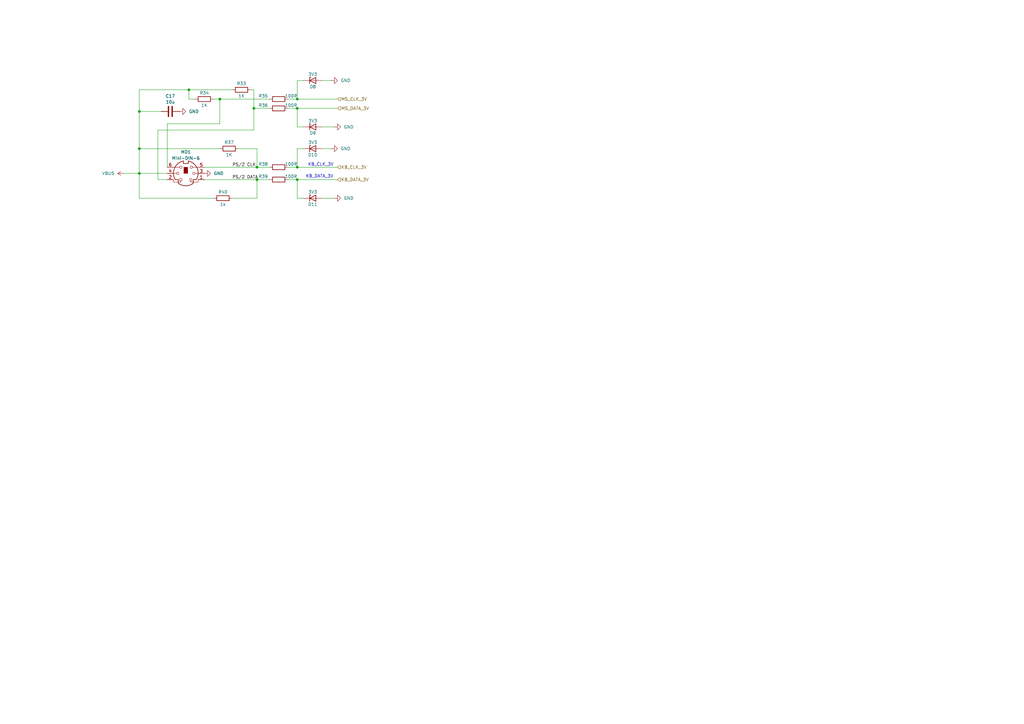
<source format=kicad_sch>
(kicad_sch (version 20231120) (generator "eeschema") (generator_version "8.0")
  (paper "A3")
  (title_block (title "Valera") (date "2025-01-08") (rev "1.0") (company "Mikhail Matveev") (comment 1 "https://github.com/xtremespb/valera"))
  (lib_symbols
    (symbol "Connector:Mini-DIN-6" (pin_names (offset 1.016))
      (property "Reference" "J" (at 0 6.35 0))
      (property "Value" "Mini-DIN-6" (at 0 -6.35 0))
      (symbol "Mini-DIN-6_0_1"
        (circle (center -3.302 0) (radius 0.508))
        (arc (start -3.048 -4.064) (mid 0 -5.08) (end 3.048 -4.064) (stroke (width 0.254)))
        (circle (center -2.032 -2.54) (radius 0.508))
        (circle (center -2.032 2.54) (radius 0.508))
        (arc (start -1.016 5.08) (mid -4.6228 2.1214) (end -4.318 -2.54) (stroke (width 0.254)))
        (rectangle (start -0.762 2.54) (end 0.762 0) (fill (type outline)))
        (polyline (pts (xy -3.81 0) (xy -5.08 0)))
        (polyline (pts (xy -2.54 2.54) (xy -5.08 2.54)))
        (polyline (pts (xy 2.794 2.54) (xy 5.08 2.54)))
        (polyline (pts (xy 5.08 0) (xy 3.81 0)))
        (polyline (pts (xy -4.318 -2.54) (xy -3.048 -2.54) (xy -3.048 -4.064)) (stroke (width 0.254)))
        (polyline (pts (xy 4.318 -2.54) (xy 3.048 -2.54) (xy 3.048 -4.064)) (stroke (width 0.254)))
        (polyline (pts (xy -2.032 -3.048) (xy -2.032 -3.556) (xy -5.08 -3.556) (xy -5.08 -2.54)))
        (polyline (pts (xy -1.016 5.08) (xy -1.016 4.064) (xy 1.016 4.064) (xy 1.016 5.08)) (stroke (width 0.254)))
        (polyline (pts (xy 2.032 -3.048) (xy 2.032 -3.556) (xy 5.08 -3.556) (xy 5.08 -2.54)))
        (circle (center 2.032 -2.54) (radius 0.508))
        (circle (center 2.286 2.54) (radius 0.508))
        (circle (center 3.302 0) (radius 0.508))
        (arc (start 4.318 -2.54) (mid 4.6661 2.1322) (end 1.016 5.08) (stroke (width 0.254)))
      )
      (symbol "Mini-DIN-6_1_1"
        (pin passive line (at 7.62 -2.54 180) (length 2.54) (name "~") (number "1"))
        (pin passive line (at -7.62 -2.54 0) (length 2.54) (name "~") (number "2"))
        (pin passive line (at 7.62 0 180) (length 2.54) (name "~") (number "3"))
        (pin passive line (at -7.62 0 0) (length 2.54) (name "~") (number "4"))
        (pin passive line (at 7.62 2.54 180) (length 2.54) (name "~") (number "5"))
        (pin passive line (at -7.62 2.54 0) (length 2.54) (name "~") (number "6"))
      )
    )
    (symbol "Device:C" (pin_numbers hide) (pin_names (offset 0.254))
      (property "Reference" "C" (at 0.635 2.54 0))
      (property "Value" "C" (at 0.635 -2.54 0))
      (symbol "C_0_1"
        (polyline (pts (xy -2.032 -0.762) (xy 2.032 -0.762)) (stroke (width 0.508)))
        (polyline (pts (xy -2.032 0.762) (xy 2.032 0.762)) (stroke (width 0.508)))
      )
      (symbol "C_1_1"
        (pin passive line (at 0 3.81 270) (length 2.794) (name "~") (number "1"))
        (pin passive line (at 0 -3.81 90) (length 2.794) (name "~") (number "2"))
      )
    )
    (symbol "Device:D_Zener" (pin_numbers hide) (pin_names (offset 1.016) hide)
      (property "Reference" "D" (at 0 2.54 0))
      (property "Value" "D_Zener" (at 0 -2.54 0))
      (symbol "D_Zener_0_1"
        (polyline (pts (xy 1.27 0) (xy -1.27 0)))
        (polyline (pts (xy -1.27 -1.27) (xy -1.27 1.27) (xy -0.762 1.27)) (stroke (width 0.254)))
        (polyline (pts (xy 1.27 -1.27) (xy 1.27 1.27) (xy -1.27 0) (xy 1.27 -1.27)) (stroke (width 0.254)))
      )
      (symbol "D_Zener_1_1"
        (pin passive line (at -3.81 0 0) (length 2.54) (name "K") (number "1"))
        (pin passive line (at 3.81 0 180) (length 2.54) (name "A") (number "2"))
      )
    )
    (symbol "Device:R" (pin_numbers hide) (pin_names (offset 0))
      (property "Reference" "R" (at 2.032 0 90))
      (property "Value" "R" (at 0 0 90))
      (symbol "R_0_1"
        (rectangle (start -1.016 -2.54) (end 1.016 2.54) (stroke (width 0.254)))
      )
      (symbol "R_1_1"
        (pin passive line (at 0 3.81 270) (length 1.27) (name "~") (number "1"))
        (pin passive line (at 0 -3.81 90) (length 1.27) (name "~") (number "2"))
      )
    )
    (symbol "GND_2" (power) (pin_numbers hide) (pin_names (offset 0) hide)
      (property "Value" "GND" (at 0 -3.81 0))
      (symbol "GND_2_0_1"
        (polyline (pts (xy 0 0) (xy 0 -1.27) (xy 1.27 -1.27) (xy 0 -2.54) (xy -1.27 -1.27) (xy 0 -1.27)))
      )
      (symbol "GND_2_1_1"
        (pin power_in line (at 0 0 270) (length 0) (name "~") (number "1"))
      )
    )
    (symbol "power:VBUS" (power) (pin_numbers hide) (pin_names (offset 0) hide)
      (property "Value" "VBUS" (at 0 3.556 0))
      (symbol "VBUS_0_1"
        (polyline (pts (xy -0.762 1.27) (xy 0 2.54)))
        (polyline (pts (xy 0 0) (xy 0 2.54)))
        (polyline (pts (xy 0 2.54) (xy 0.762 1.27)))
      )
      (symbol "VBUS_1_1"
        (pin power_in line (at 0 0 90) (length 0) (name "~") (number "1"))
      )
    )
  )
  (junction (at 121.92 40.64))
  (junction (at 105.41 68.58))
  (junction (at 90.17 40.64))
  (junction (at 57.15 60.96))
  (junction (at 105.41 73.66))
  (junction (at 57.15 71.12))
  (junction (at 77.47 36.83))
  (junction (at 104.14 44.45))
  (junction (at 121.92 73.66))
  (junction (at 121.92 68.58))
  (junction (at 121.92 44.45))
  (junction (at 57.15 45.72))
  (wire (pts (xy 121.92 68.58) (xy 138.43 68.58)))
  (wire (pts (xy 104.14 44.45) (xy 104.14 53.34)))
  (wire (pts (xy 110.49 40.64) (xy 90.17 40.64)))
  (wire (pts (xy 121.92 52.07) (xy 121.92 44.45)))
  (wire (pts (xy 105.41 81.28) (xy 105.41 73.66)))
  (wire (pts (xy 132.08 33.02) (xy 135.89 33.02)))
  (wire (pts (xy 110.49 44.45) (xy 104.14 44.45)))
  (wire (pts (xy 57.15 36.83) (xy 57.15 45.72)))
  (wire (pts (xy 57.15 81.28) (xy 87.63 81.28)))
  (wire (pts (xy 121.92 81.28) (xy 121.92 73.66)))
  (wire (pts (xy 124.46 33.02) (xy 121.92 33.02)))
  (wire (pts (xy 57.15 60.96) (xy 57.15 71.12)))
  (wire (pts (xy 121.92 40.64) (xy 118.11 40.64)))
  (wire (pts (xy 90.17 50.8) (xy 68.58 50.8)))
  (wire (pts (xy 121.92 44.45) (xy 118.11 44.45)))
  (wire (pts (xy 97.79 60.96) (xy 105.41 60.96)))
  (wire (pts (xy 83.82 73.66) (xy 105.41 73.66)))
  (wire (pts (xy 90.17 40.64) (xy 90.17 50.8)))
  (wire (pts (xy 104.14 53.34) (xy 64.77 53.34)))
  (wire (pts (xy 57.15 71.12) (xy 68.58 71.12)))
  (wire (pts (xy 121.92 73.66) (xy 138.43 73.66)))
  (wire (pts (xy 132.08 60.96) (xy 135.89 60.96)))
  (wire (pts (xy 104.14 36.83) (xy 104.14 44.45)))
  (wire (pts (xy 83.82 68.58) (xy 105.41 68.58)))
  (wire (pts (xy 57.15 45.72) (xy 57.15 60.96)))
  (wire (pts (xy 105.41 68.58) (xy 110.49 68.58)))
  (wire (pts (xy 64.77 73.66) (xy 64.77 53.34)))
  (wire (pts (xy 68.58 73.66) (xy 64.77 73.66)))
  (wire (pts (xy 57.15 81.28) (xy 57.15 71.12)))
  (wire (pts (xy 77.47 40.64) (xy 77.47 36.83)))
  (wire (pts (xy 124.46 81.28) (xy 121.92 81.28)))
  (wire (pts (xy 105.41 60.96) (xy 105.41 68.58)))
  (wire (pts (xy 57.15 45.72) (xy 66.04 45.72)))
  (wire (pts (xy 105.41 73.66) (xy 110.49 73.66)))
  (wire (pts (xy 121.92 60.96) (xy 121.92 68.58)))
  (wire (pts (xy 124.46 52.07) (xy 121.92 52.07)))
  (wire (pts (xy 102.87 36.83) (xy 104.14 36.83)))
  (wire (pts (xy 121.92 73.66) (xy 118.11 73.66)))
  (wire (pts (xy 68.58 68.58) (xy 68.58 50.8)))
  (wire (pts (xy 121.92 44.45) (xy 138.43 44.45)))
  (wire (pts (xy 50.8 71.12) (xy 57.15 71.12)))
  (wire (pts (xy 121.92 40.64) (xy 138.43 40.64)))
  (wire (pts (xy 57.15 60.96) (xy 90.17 60.96)))
  (wire (pts (xy 87.63 40.64) (xy 90.17 40.64)))
  (wire (pts (xy 80.01 40.64) (xy 77.47 40.64)))
  (wire (pts (xy 132.08 52.07) (xy 137.16 52.07)))
  (wire (pts (xy 124.46 60.96) (xy 121.92 60.96)))
  (wire (pts (xy 95.25 36.83) (xy 77.47 36.83)))
  (wire (pts (xy 132.08 81.28) (xy 137.16 81.28)))
  (wire (pts (xy 121.92 33.02) (xy 121.92 40.64)))
  (wire (pts (xy 121.92 68.58) (xy 118.11 68.58)))
  (wire (pts (xy 95.25 81.28) (xy 105.41 81.28)))
  (wire (pts (xy 77.47 36.83) (xy 57.15 36.83)))
  (text "KB_DATA_3V" (at 131.064 72.39 0) (effects (font (size 1.27 1.27))))
  (text "KB_CLK_3V" (at 131.572 67.564 0) (effects (font (size 1.27 1.27))))
  (label "PS{slash}2 DATA" (at 95.25 73.66 0))
  (label "PS{slash}2 CLK" (at 95.25 68.58 0))
  (hierarchical_label "KB_DATA_3V" (shape input) (at 138.43 73.66 0))
  (hierarchical_label "MS_DATA_3V" (shape input) (at 138.43 44.45 0))
  (hierarchical_label "MS_CLK_3V" (shape input) (at 138.43 40.64 0))
  (hierarchical_label "KB_CLK_3V" (shape input) (at 138.43 68.58 0))
  (symbol (lib_id "Device:R") (at 114.3 44.45 90) (unit 1)
    (property "Reference" "R36" (at 107.95 43.18 90))
    (property "Value" "100R" (at 119.38 43.18 90))
    (property "Footprint" "LIBS:R_0805" (effects (hide yes)))
  )
  (symbol (lib_id "Device:R") (at 99.06 36.83 90) (unit 1)
    (property "Reference" "R33" (at 99.06 34.29 90))
    (property "Value" "1K" (at 99.06 39.37 90))
    (property "Footprint" "LIBS:R_0805" (effects (hide yes)))
  )
  (symbol (lib_id "Device:D_Zener") (at 128.27 81.28 0) (unit 1)
    (property "Reference" "D11" (at 128.27 83.82 0))
    (property "Value" "3V3" (at 128.27 78.74 0))
    (property "Footprint" "LIBS:D_0805" (effects (hide yes)))
  )
  (symbol (lib_id "Device:C") (at 69.85 45.72 90) (unit 1)
    (property "Reference" "C17" (at 69.85 39.4165 90))
    (property "Value" "10u" (at 69.85 41.8408 90))
    (property "Footprint" "LIBS:C_0805" (effects (hide yes)))
  )
  (symbol (lib_name "GND_2") (lib_id "power:GND") (at 135.89 33.02 90) (unit 1)
    (property "Reference" "#PWR032" (effects (hide yes)))
    (property "Value" "GND" (at 139.7 33.0199 90) (effects (justify right)))
    (property "Description" "Power symbol creates a global label with name \"GND\" , ground" (effects (hide yes)))
  )
  (symbol (lib_id "Device:R") (at 114.3 68.58 90) (unit 1)
    (property "Reference" "R38" (at 107.95 67.31 90))
    (property "Value" "100R" (at 119.38 67.31 90))
    (property "Footprint" "LIBS:R_0805" (effects (hide yes)))
  )
  (symbol (lib_name "GND_2") (lib_id "power:GND") (at 83.82 71.12 90) (unit 1)
    (property "Reference" "#PWR037" (effects (hide yes)))
    (property "Value" "GND" (at 87.63 71.1199 90) (effects (justify right)))
    (property "Description" "Power symbol creates a global label with name \"GND\" , ground" (effects (hide yes)))
  )
  (symbol (lib_id "Device:D_Zener") (at 128.27 60.96 0) (unit 1)
    (property "Reference" "D10" (at 128.27 63.5 0))
    (property "Value" "3V3" (at 128.27 58.42 0))
    (property "Footprint" "LIBS:D_0805" (effects (hide yes)))
  )
  (symbol (lib_id "Device:R") (at 83.82 40.64 90) (unit 1)
    (property "Reference" "R34" (at 83.82 38.1 90))
    (property "Value" "1K" (at 83.82 43.18 90))
    (property "Footprint" "LIBS:R_0805" (effects (hide yes)))
  )
  (symbol (lib_id "Connector:Mini-DIN-6") (at 76.2 71.12 0) (unit 1)
    (property "Reference" "MD1" (at 76.2177 62.3402 0))
    (property "Value" "Mini-DIN-6" (at 76.2177 64.8771 0))
    (property "Footprint" "LIBS:Connector_Mini-DIN_Female_6Pin_2rows" (effects (hide yes)))
    (property "Datasheet" "http://service.powerdynamics.com/ec/Catalog17/Section%2011.pdf" (effects (hide yes)))
  )
  (symbol (lib_name "GND_2") (lib_id "power:GND") (at 135.89 60.96 90) (unit 1)
    (property "Reference" "#PWR035" (effects (hide yes)))
    (property "Value" "GND" (at 139.7 60.9599 90) (effects (justify right)))
    (property "Description" "Power symbol creates a global label with name \"GND\" , ground" (effects (hide yes)))
  )
  (symbol (lib_name "GND_2") (lib_id "power:GND") (at 73.66 45.72 90) (unit 1)
    (property "Reference" "#PWR033" (effects (hide yes)))
    (property "Value" "GND" (at 77.47 45.7199 90) (effects (justify right)))
    (property "Description" "Power symbol creates a global label with name \"GND\" , ground" (effects (hide yes)))
  )
  (symbol (lib_name "GND_2") (lib_id "power:GND") (at 137.16 81.28 90) (unit 1)
    (property "Reference" "#PWR038" (effects (hide yes)))
    (property "Value" "GND" (at 140.97 81.2799 90) (effects (justify right)))
    (property "Description" "Power symbol creates a global label with name \"GND\" , ground" (effects (hide yes)))
  )
  (symbol (lib_id "Device:D_Zener") (at 128.27 33.02 0) (unit 1)
    (property "Reference" "D8" (at 128.27 35.56 0))
    (property "Value" "3V3" (at 128.27 30.48 0))
    (property "Footprint" "LIBS:D_0805" (effects (hide yes)))
  )
  (symbol (lib_name "GND_2") (lib_id "power:GND") (at 137.16 52.07 90) (unit 1)
    (property "Reference" "#PWR034" (effects (hide yes)))
    (property "Value" "GND" (at 140.97 52.0699 90) (effects (justify right)))
    (property "Description" "Power symbol creates a global label with name \"GND\" , ground" (effects (hide yes)))
  )
  (symbol (lib_id "power:VBUS") (at 50.8 71.12 90) (unit 1)
    (property "Reference" "#PWR036" (effects (hide yes)))
    (property "Value" "VBUS" (at 46.99 71.1199 90) (effects (justify left)))
    (property "Description" "Power symbol creates a global label with name \"VBUS\"" (effects (hide yes)))
  )
  (symbol (lib_id "Device:R") (at 114.3 73.66 90) (unit 1)
    (property "Reference" "R39" (at 107.95 72.39 90))
    (property "Value" "100R" (at 119.38 72.39 90))
    (property "Footprint" "LIBS:R_0805" (effects (hide yes)))
  )
  (symbol (lib_id "Device:D_Zener") (at 128.27 52.07 0) (unit 1)
    (property "Reference" "D9" (at 128.27 54.61 0))
    (property "Value" "3V3" (at 128.27 49.53 0))
    (property "Footprint" "LIBS:D_0805" (effects (hide yes)))
  )
  (symbol (lib_id "Device:R") (at 91.44 81.28 90) (unit 1)
    (property "Reference" "R40" (at 91.44 78.74 90))
    (property "Value" "1k" (at 91.44 83.82 90))
    (property "Footprint" "LIBS:R_0805" (effects (hide yes)))
  )
  (symbol (lib_id "Device:R") (at 114.3 40.64 90) (unit 1)
    (property "Reference" "R35" (at 107.95 39.37 90))
    (property "Value" "100R" (at 119.38 39.37 90))
    (property "Footprint" "LIBS:R_0805" (effects (hide yes)))
  )
  (symbol (lib_id "Device:R") (at 93.98 60.96 90) (unit 1)
    (property "Reference" "R37" (at 93.98 58.42 90))
    (property "Value" "1K" (at 93.98 63.5 90))
    (property "Footprint" "LIBS:R_0805" (effects (hide yes)))
  )
)
</source>
